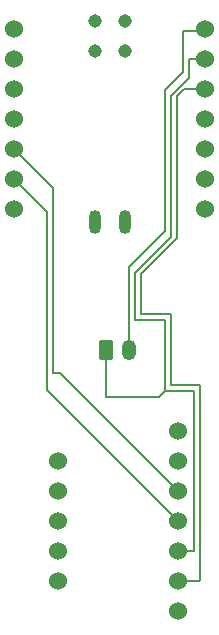
<source format=gbr>
%TF.GenerationSoftware,KiCad,Pcbnew,8.0.1*%
%TF.CreationDate,2024-04-20T15:27:58+02:00*%
%TF.ProjectId,systek_jumpsensor,73797374-656b-45f6-9a75-6d7073656e73,rev?*%
%TF.SameCoordinates,Original*%
%TF.FileFunction,Copper,L1,Top*%
%TF.FilePolarity,Positive*%
%FSLAX46Y46*%
G04 Gerber Fmt 4.6, Leading zero omitted, Abs format (unit mm)*
G04 Created by KiCad (PCBNEW 8.0.1) date 2024-04-20 15:27:58*
%MOMM*%
%LPD*%
G01*
G04 APERTURE LIST*
G04 Aperture macros list*
%AMRoundRect*
0 Rectangle with rounded corners*
0 $1 Rounding radius*
0 $2 $3 $4 $5 $6 $7 $8 $9 X,Y pos of 4 corners*
0 Add a 4 corners polygon primitive as box body*
4,1,4,$2,$3,$4,$5,$6,$7,$8,$9,$2,$3,0*
0 Add four circle primitives for the rounded corners*
1,1,$1+$1,$2,$3*
1,1,$1+$1,$4,$5*
1,1,$1+$1,$6,$7*
1,1,$1+$1,$8,$9*
0 Add four rect primitives between the rounded corners*
20,1,$1+$1,$2,$3,$4,$5,0*
20,1,$1+$1,$4,$5,$6,$7,0*
20,1,$1+$1,$6,$7,$8,$9,0*
20,1,$1+$1,$8,$9,$2,$3,0*%
G04 Aperture macros list end*
%TA.AperFunction,NonConductor*%
%ADD10C,0.200000*%
%TD*%
%TA.AperFunction,ComponentPad*%
%ADD11RoundRect,0.250000X-0.350000X-0.625000X0.350000X-0.625000X0.350000X0.625000X-0.350000X0.625000X0*%
%TD*%
%TA.AperFunction,ComponentPad*%
%ADD12O,1.200000X1.750000*%
%TD*%
%TA.AperFunction,ComponentPad*%
%ADD13C,1.524000*%
%TD*%
%TA.AperFunction,SMDPad,CuDef*%
%ADD14O,1.016000X2.032000*%
%TD*%
%TA.AperFunction,SMDPad,CuDef*%
%ADD15C,1.143000*%
%TD*%
%TA.AperFunction,Conductor*%
%ADD16C,0.200000*%
%TD*%
G04 APERTURE END LIST*
D10*
X154500000Y-77500000D02*
X153000000Y-77500000D01*
X146000000Y-106000000D02*
X146000000Y-105000000D01*
D11*
%TO.P,J1,1,Pin_1*%
%TO.N,unconnected-(J1-Pin_1-Pad1)*%
X146000000Y-104500000D03*
D12*
%TO.P,J1,2,Pin_2*%
%TO.N,unconnected-(J1-Pin_2-Pad2)*%
X148000000Y-104500000D03*
%TD*%
D13*
%TO.P,DY-BMI1,3V3,3V3*%
%TO.N,Net-(U1-3V3)*%
X152066000Y-124080000D03*
%TO.P,DY-BMI1,CS,CS*%
%TO.N,unconnected-(DY-BMI1-PadCS)*%
X152066000Y-113920000D03*
%TO.P,DY-BMI1,GND,GND*%
%TO.N,Net-(DY-BMI1-PadGND)*%
X152066000Y-121540000D03*
%TO.P,DY-BMI1,INT1,INT1*%
%TO.N,unconnected-(DY-BMI1-PadINT1)*%
X141906000Y-119000000D03*
%TO.P,DY-BMI1,INT2,INT2*%
%TO.N,unconnected-(DY-BMI1-PadINT2)*%
X141906000Y-121540000D03*
%TO.P,DY-BMI1,OSC,OSC*%
%TO.N,unconnected-(DY-BMI1-PadOSC)*%
X141906000Y-124080000D03*
%TO.P,DY-BMI1,SAO,SAO*%
%TO.N,unconnected-(DY-BMI1-PadSAO)*%
X152066000Y-111380000D03*
%TO.P,DY-BMI1,SCL,SCL*%
%TO.N,Net-(U1-PA9_A5_D5_SCL)*%
X152066000Y-119000000D03*
%TO.P,DY-BMI1,SCX,SCX*%
%TO.N,unconnected-(DY-BMI1-PadSCX)*%
X141906000Y-116460000D03*
%TO.P,DY-BMI1,SDA,SDA*%
%TO.N,Net-(U1-PA8_A4_D4_SDA)*%
X152066000Y-116460000D03*
%TO.P,DY-BMI1,SDX,SDX*%
%TO.N,unconnected-(DY-BMI1-PadSDX)*%
X141906000Y-113920000D03*
%TO.P,DY-BMI1,VIN,VIN*%
%TO.N,unconnected-(DY-BMI1-PadVIN)*%
X152066000Y-126620000D03*
%TD*%
%TO.P,U1,1,PA02_A0_D0*%
%TO.N,unconnected-(U1-PA02_A0_D0-Pad1)*%
X138241120Y-77383800D03*
%TO.P,U1,2,PA4_A1_D1*%
%TO.N,unconnected-(U1-PA4_A1_D1-Pad2)*%
X138241120Y-79923800D03*
%TO.P,U1,3,PA10_A2_D2*%
%TO.N,unconnected-(U1-PA10_A2_D2-Pad3)*%
X138241120Y-82463800D03*
%TO.P,U1,4,PA11_A3_D3*%
%TO.N,unconnected-(U1-PA11_A3_D3-Pad4)*%
X138241120Y-85003800D03*
%TO.P,U1,5,PA8_A4_D4_SDA*%
%TO.N,Net-(U1-PA8_A4_D4_SDA)*%
X138241120Y-87543800D03*
%TO.P,U1,6,PA9_A5_D5_SCL*%
%TO.N,Net-(U1-PA9_A5_D5_SCL)*%
X138241120Y-90083800D03*
%TO.P,U1,7,PB08_A6_D6_TX*%
%TO.N,unconnected-(U1-PB08_A6_D6_TX-Pad7)*%
X138241120Y-92623800D03*
%TO.P,U1,8,PB09_A7_D7_RX*%
%TO.N,unconnected-(U1-PB09_A7_D7_RX-Pad8)*%
X154405680Y-92623800D03*
%TO.P,U1,9,PA7_A8_D8_SCK*%
%TO.N,unconnected-(U1-PA7_A8_D8_SCK-Pad9)*%
X154405680Y-90083800D03*
%TO.P,U1,10,PA5_A9_D9_MISO*%
%TO.N,unconnected-(U1-PA5_A9_D9_MISO-Pad10)*%
X154405680Y-87543800D03*
%TO.P,U1,11,PA6_A10_D10_MOSI*%
%TO.N,unconnected-(U1-PA6_A10_D10_MOSI-Pad11)*%
X154405680Y-85003800D03*
%TO.P,U1,12,3V3*%
%TO.N,Net-(U1-3V3)*%
X154405680Y-82463800D03*
%TO.P,U1,13,GND*%
%TO.N,Net-(DY-BMI1-PadGND)*%
X154405680Y-79923800D03*
%TO.P,U1,14,5V*%
%TO.N,unconnected-(U1-5V-Pad14)*%
X154405680Y-77383800D03*
D14*
%TO.P,U1,15,5V*%
%TO.N,unconnected-(U1-5V-Pad15)*%
X145108000Y-93701620D03*
%TO.P,U1,16,GND*%
%TO.N,unconnected-(U1-GND-Pad16)*%
X147658000Y-93701620D03*
D15*
%TO.P,U1,17,PA31_SWDIO*%
%TO.N,unconnected-(U1-PA31_SWDIO-Pad17)*%
X145106803Y-76697433D03*
%TO.P,U1,18,PA30_SWCLK*%
%TO.N,unconnected-(U1-PA30_SWCLK-Pad18)*%
X147646803Y-76697433D03*
%TO.P,U1,19,RESET*%
%TO.N,unconnected-(U1-RESET-Pad19)*%
X145106803Y-79237433D03*
%TO.P,U1,20,GND*%
%TO.N,unconnected-(U1-GND-Pad20)*%
X147646803Y-79237433D03*
%TD*%
D16*
%TO.N,Net-(DY-BMI1-PadGND)*%
X153500000Y-108000000D02*
X151000000Y-108000000D01*
X148500000Y-102000000D02*
X151000000Y-102000000D01*
X151000000Y-102000000D02*
X151000000Y-108000000D01*
X153500000Y-121500000D02*
X153500000Y-108000000D01*
X153000000Y-81500000D02*
X151500000Y-83000000D01*
X151000000Y-108000000D02*
X150500000Y-108500000D01*
X150500000Y-108500000D02*
X146000000Y-108500000D01*
X151500000Y-95000000D02*
X148500000Y-98000000D01*
X153076200Y-79923800D02*
X153000000Y-80000000D01*
X154405680Y-79923800D02*
X153076200Y-79923800D01*
X148500000Y-98000000D02*
X148500000Y-102000000D01*
X153460000Y-121540000D02*
X153500000Y-121500000D01*
X153000000Y-80000000D02*
X153000000Y-81500000D01*
X152066000Y-121540000D02*
X153460000Y-121540000D01*
X151500000Y-83000000D02*
X151500000Y-95000000D01*
X146000000Y-108500000D02*
X146000000Y-105675000D01*
%TO.N,Net-(U1-3V3)*%
X152000000Y-95065686D02*
X152000000Y-83065686D01*
X149000000Y-101500000D02*
X149000000Y-98065686D01*
X151500000Y-107500000D02*
X151500000Y-101500000D01*
X152601886Y-82463800D02*
X154405680Y-82463800D01*
X152000000Y-83065686D02*
X152601886Y-82463800D01*
X154000000Y-107500000D02*
X151500000Y-107500000D01*
X152066000Y-124080000D02*
X153920000Y-124080000D01*
X153920000Y-124080000D02*
X154000000Y-124000000D01*
X151500000Y-101500000D02*
X149000000Y-101500000D01*
X154000000Y-124000000D02*
X154000000Y-107500000D01*
X149000000Y-98065686D02*
X152000000Y-95065686D01*
%TO.N,Net-(U1-PA8_A4_D4_SDA)*%
X138241120Y-87543800D02*
X141500000Y-90802680D01*
X141500000Y-90802680D02*
X141500000Y-106500000D01*
X142106000Y-106500000D02*
X152066000Y-116460000D01*
X141500000Y-106500000D02*
X142106000Y-106500000D01*
%TO.N,Net-(U1-PA9_A5_D5_SCL)*%
X141000000Y-92842680D02*
X138241120Y-90083800D01*
X152066000Y-119000000D02*
X141000000Y-107934000D01*
X141000000Y-107934000D02*
X141000000Y-92842680D01*
%TO.N,unconnected-(J1-Pin_2-Pad2)*%
X152500000Y-77500000D02*
X153343680Y-77500000D01*
X151000000Y-82500000D02*
X152500000Y-81000000D01*
X151000000Y-94500000D02*
X151000000Y-82500000D01*
X148000000Y-97500000D02*
X151000000Y-94500000D01*
X148000000Y-104500000D02*
X148000000Y-97500000D01*
X152500000Y-81000000D02*
X152500000Y-77500000D01*
%TD*%
M02*

</source>
